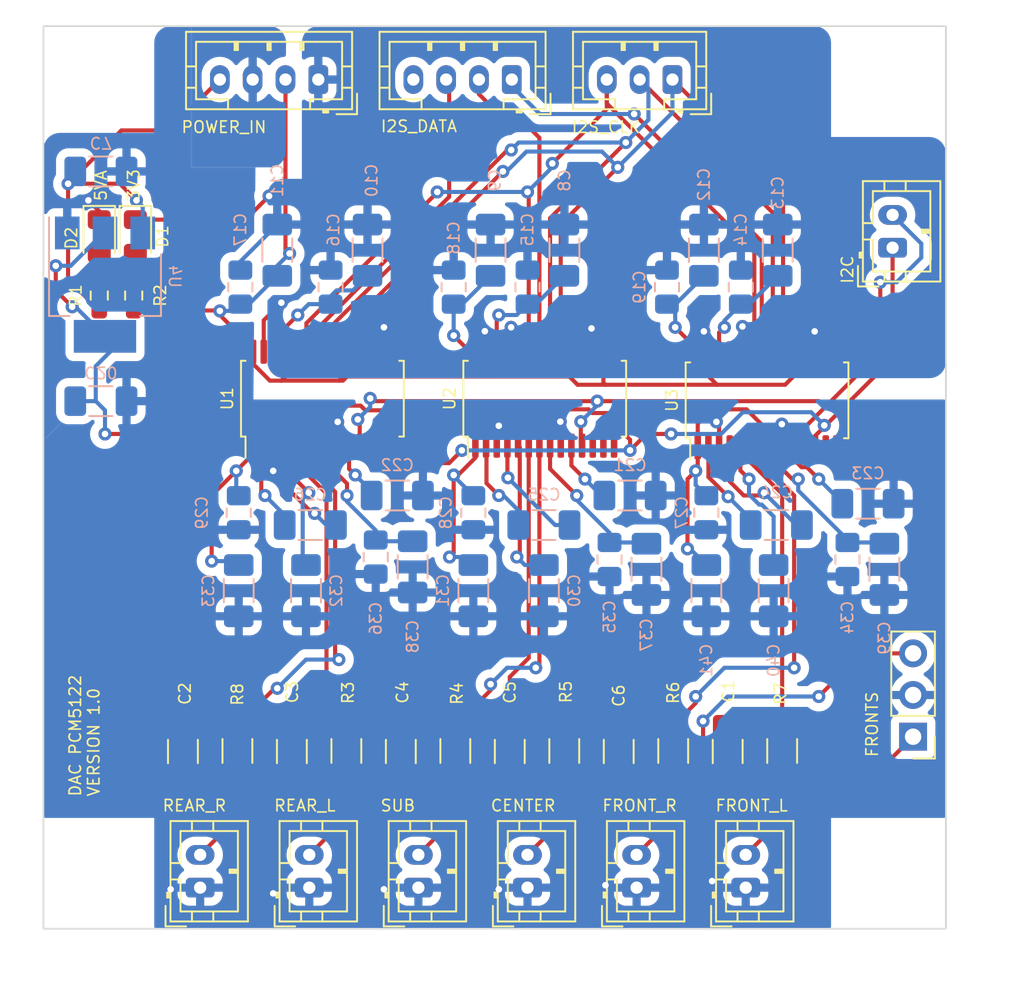
<source format=kicad_pcb>
(kicad_pcb (version 20221018) (generator pcbnew)
  (layers (0 "F.Cu" signal) (31 "B.Cu" signal) (34 "B.Paste" user) (35 "F.Paste" user) (36 "B.SilkS" user "B.Silkscreen") (37 "F.SilkS" user "F.Silkscreen") (38 "B.Mask" user) (39 "F.Mask" user) (44 "Edge.Cuts" user))
  (net 0 "")
  (net 1 "3V3")
  (net 2 "PCMCLK")
  (net 3 "BCLK")
  (net 4 "WCLK")
  (net 5 "I2S_D1")
  (net 6 "I2S_D2")
  (net 7 "I2S_D3")
  (net 8 "5VA")
  (net 9 "AGND")
  (net 10 "VOUT1")
  (net 11 "LEFT_FRONT")
  (net 12 "VOUT2")
  (net 13 "RIGHT_FRONT")
  (net 14 "VOUT3")
  (net 15 "LEFT_REAR")
  (net 16 "VOUT4")
  (net 17 "RIGHT_REAR")
  (net 18 "VOUT6")
  (net 19 "VOUT5")
  (net 20 "CENTER")
  (net 21 "SUBW")
  (net 22 "Net-(D1-A)")
  (net 23 "Net-(D2-A)")
  (net 24 "I2S_D4_IN")
  (net 28 "DGND")
  (net 29 "Net-(U1-CAPM)")
  (net 30 "Net-(U1-CAPP)")
  (net 31 "Net-(U1-LDOO)")
  (net 32 "Net-(U1-VNEG)")
  (net 33 "3V3A")
  (net 34 "Net-(U2-CAPM)")
  (net 35 "Net-(U2-CAPP)")
  (net 36 "Net-(U2-LDOO)")
  (net 37 "Net-(U2-VNEG)")
  (net 38 "Net-(U3-CAPM)")
  (net 39 "Net-(U3-CAPP)")
  (net 40 "Net-(U3-LDOO)")
  (net 41 "Net-(U3-VNEG)")
  (net 54 "SCL")
  (net 55 "SDA")
  (net 56 "Net-(U1-VCOM{slash}DEMP)")
  (net 57 "Net-(U2-VCOM{slash}DEMP)")
  (net 58 "Net-(U3-VCOM{slash}DEMP)")
  (footprint "Capacitor_SMD:C_1206_3216Metric_Pad1.33x1.80mm_HandSolder" (layer "F.Cu") (at 63.47 69.1 90)
    (fp_text reference "C5")
    (fp_text value "2.2n")
  )
  (footprint "LED_SMD:LED_0805_2012Metric_Pad1.15x1.40mm_HandSolder" (layer "F.Cu") (at 40.65 37.7125 -90)
    (fp_text reference "D1")
    (fp_text value "YELLOW")
  )
  (footprint "Connector_JST:JST_PH_B2B-PH-K_1x02_P2.00mm_Vertical" (layer "F.Cu") (at 71.2 77.4 90)
    (fp_text reference "J10" hide)
    (fp_text value "Conn_01x02_Male")
  )
  (footprint "Resistor_SMD:R_1206_3216Metric_Pad1.30x1.75mm_HandSolder" (layer "F.Cu") (at 53.51 69.07 90)
    (fp_text reference "R3")
    (fp_text value "470R")
  )
  (footprint "Resistor_SMD:R_1206_3216Metric_Pad1.30x1.75mm_HandSolder" (layer "F.Cu") (at 80.07 69.07 90)
    (fp_text reference "R7")
    (fp_text value "470R")
  )
  (footprint "LED_SMD:LED_0805_2012Metric_Pad1.15x1.40mm_HandSolder" (layer "F.Cu") (at 38.45 37.7125 -90)
    (fp_text reference "D2")
    (fp_text value "BLUE")
  )
  (footprint "Capacitor_SMD:C_1206_3216Metric_Pad1.33x1.80mm_HandSolder" (layer "F.Cu") (at 43.55 69.1 90)
    (fp_text reference "C2")
    (fp_text value "2.2n")
  )
  (footprint "Capacitor_SMD:C_1206_3216Metric_Pad1.33x1.80mm_HandSolder" (layer "F.Cu") (at 56.83 69.1 90)
    (fp_text reference "C4")
    (fp_text value "2.2n")
  )
  (footprint "Connector_JST:JST_PH_B4B-PH-K_1x04_P2.00mm_Vertical" (layer "F.Cu") (at 63.591667 28.15 180)
    (fp_text reference "J2" hide)
    (fp_text value "Conn_01x04_Male")
  )
  (footprint "Package_SO:TSSOP-28_4.4x9.7mm_P0.65mm" (layer "F.Cu") (at 79.15 47.7 90)
    (fp_text reference "U3")
    (fp_text value "PCM5122PW")
  )
  (footprint "Connector_JST:JST_PH_B2B-PH-K_1x02_P2.00mm_Vertical" (layer "F.Cu") (at 77.85 77.4 90)
    (fp_text reference "J11" hide)
    (fp_text value "Conn_01x02_Male")
  )
  (footprint "Resistor_SMD:R_1206_3216Metric_Pad1.30x1.75mm_HandSolder" (layer "F.Cu") (at 60.15 69.07 90)
    (fp_text reference "R4")
    (fp_text value "470R")
  )
  (footprint "Capacitor_SMD:C_1206_3216Metric_Pad1.33x1.80mm_HandSolder" (layer "F.Cu") (at 76.75 69.1 90)
    (fp_text reference "C1")
    (fp_text value "2.2n")
  )
  (footprint "Resistor_SMD:R_1206_3216Metric_Pad1.30x1.75mm_HandSolder" (layer "F.Cu") (at 73.43 69.07 90)
    (fp_text reference "R6")
    (fp_text value "470R")
  )
  (footprint "Connector_JST:JST_PH_B2B-PH-K_1x02_P2.00mm_Vertical" (layer "F.Cu") (at 86.8 38.4 90)
    (fp_text reference "J4" hide)
    (fp_text value "Conn_01x02_Male")
  )
  (footprint "Connector_JST:JST_PH_B2B-PH-K_1x02_P2.00mm_Vertical" (layer "F.Cu") (at 51.25 77.4 90)
    (fp_text reference "J7" hide)
    (fp_text value "Conn_01x02_Male")
  )
  (footprint "Package_SO:TSSOP-28_4.4x9.7mm_P0.65mm" (layer "F.Cu") (at 65.6 47.6 90)
    (fp_text reference "U2")
    (fp_text value "PCM5122PW")
  )
  (footprint "Connector_JST:JST_PH_B4B-PH-K_1x04_P2.00mm_Vertical" (layer "F.Cu") (at 51.8 28.15 180)
    (fp_text reference "J1" hide)
    (fp_text value "Conn_01x04_Male")
  )
  (footprint "Package_SO:TSSOP-28_4.4x9.7mm_P0.65mm" (layer "F.Cu") (at 52.05 47.6 90)
    (fp_text reference "U1")
    (fp_text value "PCM5122PW")
  )
  (footprint "Connector_PinHeader_2.54mm:PinHeader_1x03_P2.54mm_Vertical" (layer "F.Cu") (at 88.05 68.2 180)
    (fp_text reference "J5" hide)
    (fp_text value "Conn_01x03_Male")
  )
  (footprint "Connector_JST:JST_PH_B2B-PH-K_1x02_P2.00mm_Vertical" (layer "F.Cu") (at 57.9 77.4 90)
    (fp_text reference "J8" hide)
    (fp_text value "Conn_01x02_Male")
  )
  (footprint "Capacitor_SMD:C_1206_3216Metric_Pad1.33x1.80mm_HandSolder" (layer "F.Cu") (at 50.19 69.1 90)
    (fp_text reference "C3")
    (fp_text value "2.2n")
  )
  (footprint "MountingHole:MountingHole_3.2mm_M3" (layer "F.Cu") (at 87.55 77.4)
    (fp_text reference "H4" hide)
    (fp_text value "MountingHole")
  )
  (footprint "Resistor_SMD:R_1206_3216Metric_Pad1.30x1.75mm_HandSolder" (layer "F.Cu") (at 66.79 69.07 90)
    (fp_text reference "R5")
    (fp_text value "470R")
  )
  (footprint "Connector_JST:JST_PH_B3B-PH-K_1x03_P2.00mm_Vertical" (layer "F.Cu") (at 73.383334 28.15 180)
    (fp_text reference "J3" hide)
    (fp_text value "Conn_01x03_Male")
  )
  (footprint "Resistor_SMD:R_0603_1608Metric_Pad0.98x0.95mm_HandSolder" (layer "F.Cu") (at 40.55 41.3125 90)
    (fp_text reference "R2")
    (fp_text value "430R")
  )
  (footprint "MountingHole:MountingHole_3.2mm_M3" (layer "F.Cu") (at 37.55 27.4)
    (fp_text reference "H1" hide)
    (fp_text value "MountingHole")
  )
  (footprint "Capacitor_SMD:C_1206_3216Metric_Pad1.33x1.80mm_HandSolder" (layer "F.Cu") (at 70.11 69.1 90)
    (fp_text reference "C6")
    (fp_text value "2.2n")
  )
  (footprint "Resistor_SMD:R_1206_3216Metric_Pad1.30x1.75mm_HandSolder" (layer "F.Cu") (at 46.87 69.07 90)
    (fp_text reference "R8")
    (fp_text value "470R")
  )
  (footprint "Connector_JST:JST_PH_B2B-PH-K_1x02_P2.00mm_Vertical" (layer "F.Cu") (at 64.55 77.4 90)
    (fp_text reference "J9" hide)
    (fp_text value "Conn_01x02_Male")
  )
  (footprint "Resistor_SMD:R_0603_1608Metric_Pad0.98x0.95mm_HandSolder" (layer "F.Cu") (at 38.45 41.3125 90)
    (fp_text reference "R1")
    (fp_text value "1K")
  )
  (footprint "MountingHole:MountingHole_3.2mm_M3" (layer "F.Cu") (at 37.55 77.4)
    (fp_text reference "H3" hide)
    (fp_text value "MountingHole")
  )
  (footprint "Connector_JST:JST_PH_B2B-PH-K_1x02_P2.00mm_Vertical" (layer "F.Cu") (at 44.6 77.4 90)
    (fp_text reference "J6" hide)
    (fp_text value "Conn_01x02_Male")
  )
  (footprint "MountingHole:MountingHole_3.2mm_M3" (layer "F.Cu") (at 87.55 27.4)
    (fp_text reference "H2" hide)
    (fp_text value "MountingHole")
  )
  (footprint "Capacitor_SMD:C_0805_2012Metric_Pad1.18x1.45mm_HandSolder" (layer "B.Cu") (at 69.55 57.4 90)
    (fp_text reference "C35")
    (fp_text value "0.1u")
  )
  (footprint "Capacitor_SMD:C_1206_3216Metric_Pad1.33x1.80mm_HandSolder" (layer "B.Cu") (at 79.7125 55.3 180)
    (fp_text reference "C24")
    (fp_text value "2.2u")
  )
  (footprint "Capacitor_SMD:C_1206_3216Metric_Pad1.33x1.80mm_HandSolder" (layer "B.Cu") (at 79.8 38.55 -90)
    (fp_text reference "C13")
    (fp_text value "10u")
  )
  (footprint "Capacitor_SMD:C_1206_3216Metric_Pad1.33x1.80mm_HandSolder" (layer "B.Cu") (at 75.3 38.55 90)
    (fp_text reference "C12")
    (fp_text value "10u")
  )
  (footprint "Capacitor_SMD:C_0805_2012Metric_Pad1.18x1.45mm_HandSolder" (layer "B.Cu") (at 84.05 57.4 -90)
    (fp_text reference "C34")
    (fp_text value "0.1u")
  )
  (footprint "Package_TO_SOT_SMD:SOT-223-3_TabPin2" (layer "B.Cu") (at 38.8 40.65 -90)
    (fp_text reference "U4")
    (fp_text value "AMS1117-3.3")
  )
  (footprint "Capacitor_SMD:C_1206_3216Metric_Pad1.33x1.80mm_HandSolder" (layer "B.Cu") (at 57.55 57.85 -90)
    (fp_text reference "C38")
    (fp_text value "10u")
  )
  (footprint "Capacitor_SMD:C_1206_3216Metric_Pad1.33x1.80mm_HandSolder" (layer "B.Cu") (at 70.8 53.5 180)
    (fp_text reference "C21")
    (fp_text value "10u")
  )
  (footprint "Capacitor_SMD:C_1206_3216Metric_Pad1.33x1.80mm_HandSolder" (layer "B.Cu") (at 86.3 58 -90)
    (fp_text reference "C39")
    (fp_text value "10u")
  )
  (footprint "Capacitor_SMD:C_1206_3216Metric_Pad1.33x1.80mm_HandSolder" (layer "B.Cu") (at 46.95 59.3 -90)
    (fp_text reference "C33")
    (fp_text value "10u")
  )
  (footprint "Capacitor_SMD:C_1206_3216Metric_Pad1.33x1.80mm_HandSolder" (layer "B.Cu") (at 54.8 38.55 -90)
    (fp_text reference "C10")
    (fp_text value "10u")
  )
  (footprint "Capacitor_SMD:C_0805_2012Metric_Pad1.18x1.45mm_HandSolder" (layer "B.Cu") (at 60.05 40.8 -90)
    (fp_text reference "C18")
    (fp_text value "0.1u")
  )
  (footprint "Capacitor_SMD:C_1206_3216Metric_Pad1.33x1.80mm_HandSolder" (layer "B.Cu") (at 62.3 38.55 90)
    (fp_text reference "C9")
    (fp_text value "10u")
  )
  (footprint "Capacitor_SMD:C_0805_2012Metric_Pad1.18x1.45mm_HandSolder" (layer "B.Cu") (at 75.45 54.55 90)
    (fp_text reference "C27")
    (fp_text value "0.1u")
  )
  (footprint "Capacitor_SMD:C_0805_2012Metric_Pad1.18x1.45mm_HandSolder" (layer "B.Cu") (at 64.55 40.8 90)
    (fp_text reference "C15")
    (fp_text value "0.1u")
  )
  (footprint "Capacitor_SMD:C_0805_2012Metric_Pad1.18x1.45mm_HandSolder" (layer "B.Cu") (at 61.25 54.55 -90)
    (fp_text reference "C28")
    (fp_text value "0.1u")
  )
  (footprint "Capacitor_SMD:C_1206_3216Metric_Pad1.33x1.80mm_HandSolder" (layer "B.Cu") (at 71.8 58 -90)
    (fp_text reference "C37")
    (fp_text value "10u")
  )
  (footprint "Capacitor_SMD:C_0805_2012Metric_Pad1.18x1.45mm_HandSolder" (layer "B.Cu") (at 52.55 40.8 90)
    (fp_text reference "C16")
    (fp_text value "0.1u")
  )
  (footprint "Capacitor_SMD:C_1206_3216Metric_Pad1.33x1.80mm_HandSolder" (layer "B.Cu") (at 56.6125 53.5 180)
    (fp_text reference "C22")
    (fp_text value "10u")
  )
  (footprint "Capacitor_SMD:C_1206_3216Metric_Pad1.33x1.80mm_HandSolder" (layer "B.Cu") (at 51.3125 55.3 180)
    (fp_text reference "C26")
    (fp_text value "2.2u")
  )
  (footprint "Capacitor_SMD:C_1206_3216Metric_Pad1.33x1.80mm_HandSolder" (layer "B.Cu") (at 79.55 59.3 90)
    (fp_text reference "C40")
    (fp_text value "2.2u")
  )
  (footprint "Capacitor_SMD:C_1206_3216Metric_Pad1.33x1.80mm_HandSolder" (layer "B.Cu") (at 38.55 33.75)
    (fp_text reference "C7")
    (fp_text value "10u")
  )
  (footprint "Capacitor_SMD:C_1206_3216Metric_Pad1.33x1.80mm_HandSolder" (layer "B.Cu") (at 85.3 54 180)
    (fp_text reference "C23")
    (fp_text value "10u")
  )
  (footprint "Capacitor_SMD:C_1206_3216Metric_Pad1.33x1.80mm_HandSolder" (layer "B.Cu") (at 66.8 38.55 -90)
    (fp_text reference "C8")
    (fp_text value "10u")
  )
  (footprint "Capacitor_SMD:C_0805_2012Metric_Pad1.18x1.45mm_HandSolder" (layer "B.Cu") (at 46.95 54.55 90)
    (fp_text reference "C29")
    (fp_text value "0.1u")
  )
  (footprint "Capacitor_SMD:C_0805_2012Metric_Pad1.18x1.45mm_HandSolder" (layer "B.Cu") (at 55.3 57.25 -90)
    (fp_text reference "C36")
    (fp_text value "0.1u")
  )
  (footprint "Capacitor_SMD:C_0805_2012Metric_Pad1.18x1.45mm_HandSolder" (layer "B.Cu") (at 47.05 40.8 -90)
    (fp_text reference "C17")
    (fp_text value "0.1u")
  )
  (footprint "Capacitor_SMD:C_1206_3216Metric_Pad1.33x1.80mm_HandSolder" (layer "B.Cu") (at 65.55 59.3 90)
    (fp_text reference "C30")
    (fp_text value "2.2u")
  )
  (footprint "Capacitor_SMD:C_1206_3216Metric_Pad1.33x1.80mm_HandSolder" (layer "B.Cu") (at 38.55 47.75)
    (fp_text reference "C20")
    (fp_text value "10u")
  )
  (footprint "Capacitor_SMD:C_1206_3216Metric_Pad1.33x1.80mm_HandSolder" (layer "B.Cu") (at 65.55 55.3 180)
    (fp_text reference "C25")
    (fp_text value "2.2u")
  )
  (footprint "Capacitor_SMD:C_1206_3216Metric_Pad1.33x1.80mm_HandSolder" (layer "B.Cu") (at 75.45 59.3 -90)
    (fp_text reference "C41")
    (fp_text value "10u")
  )
  (footprint "Capacitor_SMD:C_1206_3216Metric_Pad1.33x1.80mm_HandSolder" (layer "B.Cu") (at 49.3 38.55 90)
    (fp_text reference "C11")
    (fp_text value "10u")
  )
  (footprint "Capacitor_SMD:C_1206_3216Metric_Pad1.33x1.80mm_HandSolder" (layer "B.Cu") (at 61.25 59.3 -90)
    (fp_text reference "C31")
    (fp_text value "10u")
  )
  (footprint "Capacitor_SMD:C_1206_3216Metric_Pad1.33x1.80mm_HandSolder" (layer "B.Cu") (at 51.05 59.3 90)
    (fp_text reference "C32")
    (fp_text value "2.2u")
  )
  (footprint "Capacitor_SMD:C_0805_2012Metric_Pad1.18x1.45mm_HandSolder" (layer "B.Cu") (at 77.55 40.8 90)
    (fp_text reference "C14")
    (fp_text value "0.1u")
  )
  (footprint "Capacitor_SMD:C_0805_2012Metric_Pad1.18x1.45mm_HandSolder" (layer "B.Cu") (at 73.05 40.8 -90)
    (fp_text reference "C19")
    (fp_text value "0.1u")
  )
  (gr_line (start 35.05 79.9) (end 90.05 79.9) (stroke (width 0.1)) (layer "Edge.Cuts"))
  (gr_line (start 90.05 79.9) (end 90.05 24.9) (stroke (width 0.1)) (layer "Edge.Cuts"))
  (gr_line (start 90.05 24.9) (end 35.05 24.9) (stroke (width 0.1)) (layer "Edge.Cuts"))
  (gr_line (start 35.05 24.9) (end 35.05 79.9) (stroke (width 0.1)) (layer "Edge.Cuts"))
  (gr_text "REAR_R" (at 42.25 72.4) (layer "F.SilkS") (effects (font (size 0.7 0.7) (thickness 0.1)) (justify left)))
  (gr_text "5VA" (at 38.55 35.6125 90) (layer "F.SilkS") (effects (font (size 0.7 0.7) (thickness 0.1)) (justify left)))
  (gr_text "3V3" (at 40.55 35.6125 90) (layer "F.SilkS") (effects (font (size 0.7 0.7) (thickness 0.1)) (justify left)))
  (gr_text "I2C\n" (at 84.05 40.65 90) (layer "F.SilkS") (effects (font (size 0.7 0.7) (thickness 0.1)) (justify left)))
  (gr_text "DAC PCM5122\nVERSION 1.0" (at 37.55 71.9 90) (layer "F.SilkS") (effects (font (size 0.7 0.7) (thickness 0.1)) (justify left)))
  (gr_text "FRONT_R" (at 69.05 72.4) (layer "F.SilkS") (effects (font (size 0.7 0.7) (thickness 0.1)) (justify left)))
  (gr_text "I2S_DATA" (at 55.55 31) (layer "F.SilkS") (effects (font (size 0.7 0.7) (thickness 0.1)) (justify left)))
  (gr_text "FRONTS" (at 85.55 69.5 90) (layer "F.SilkS") (effects (font (size 0.7 0.7) (thickness 0.1)) (justify left)))
  (gr_text "REAR_L" (at 49.05 72.4) (layer "F.SilkS") (effects (font (size 0.7 0.7) (thickness 0.1)) (justify left)))
  (gr_text "FRONT_L" (at 75.95 72.4) (layer "F.SilkS") (effects (font (size 0.7 0.7) (thickness 0.1)) (justify left)))
  (gr_text "CENTER" (at 62.25 72.4) (layer "F.SilkS") (effects (font (size 0.7 0.7) (thickness 0.1)) (justify left)))
  (gr_text "I2S_CLK" (at 67.183334 31.05) (layer "F.SilkS") (effects (font (size 0.7 0.7) (thickness 0.1)) (justify left)))
  (gr_text "SUB" (at 55.533288 72.4) (layer "F.SilkS") (effects (font (size 0.7 0.7) (thickness 0.1)) (justify left)))
  (gr_text "POWER_IN" (at 43.4 31.05) (layer "F.SilkS") (effects (font (size 0.7 0.7) (thickness 0.1)) (justify left)))
  (segment (start 50.05 38.75) (end 49.8 38.5) (width 0.25) (layer "F.Cu") (net 1))
  (segment (start 74.925 44.625) (end 73.55 43.25) (width 0.25) (layer "F.Cu") (net 1))
  (segment (start 80.25 46.75) (end 76.1 46.75) (width 0.25) (layer "F.Cu") (net 1))
  (segment (start 67.6 46.75) (end 67.1 46.25) (width 0.25) (layer "F.Cu") (net 1))
  (segment (start 47.825 44.525) (end 45.8 42.5) (width 0.25) (layer "F.Cu") (net 1))
  (segment (start 76.1 46.75) (end 74.925 45.575) (width 0.25) (layer "F.Cu") (net 1))
  (segment (start 47.825 45.475) (end 47.825 44.7375) (width 0.25) (layer "F.Cu") (net 1))
  (segment (start 53.3 46.5) (end 54.325 45.475) (width 0.25) (layer "F.Cu") (net 1))
  (segment (start 81.425 44.8375) (end 81.425 45.575) (width 0.25) (layer "F.Cu") (net 1))
  (segment (start 45.8 42.5) (end 45.8 42.25) (width 0.25) (layer "F.Cu") (net 1))
  (segment (start 74.925 45.575) (end 74.925 44.8375) (width 0.25) (layer "F.Cu") (net 1))
  (segment (start 62.15 46.25) (end 61.375 45.475) (width 0.25) (layer "F.Cu") (net 1))
  (segment (start 61.0375 44.7375) (end 60.05 43.75) (width 0.25) (layer "F.Cu") (net 1))
  (segment (start 45.775 42.225) (end 45.8 42.25) (width 0.25) (layer "F.Cu") (net 1))
  (segment (start 49.55 46.5) (end 48.85 46.5) (width 0.25) (layer "F.Cu") (net 1))
  (segment (start 69.3 46.75) (end 67.6 46.75) (width 0.25) (layer "F.Cu") (net 1))
  (segment (start 49.8 38.5) (end 49.8 28.15) (width 0.25) (layer "F.Cu") (net 1))
  (segment (start 61.375 44.7375) (end 61.0375 44.7375) (width 0.25) (layer "F.Cu") (net 1))
  (segment (start 61.375 45.475) (end 61.375 44.7375) (width 0.25) (layer "F.Cu") (net 1))
  (segment (start 49.55 46.5) (end 53.05 46.5) (width 0.25) (layer "F.Cu") (net 1))
  (segment (start 69.175 44.7375) (end 69.175 46.625) (width 0.25) (layer "F.Cu") (net 1))
  (segment (start 81.425 45.575) (end 80.25 46.75) (width 0.25) (layer "F.Cu") (net 1))
  (segment (start 54.325 45.475) (end 54.325 44.7375) (width 0.25) (layer "F.Cu") (net 1))
  (segment (start 62.15 46.25) (end 53.3 46.25) (width 0.25) (layer "F.Cu") (net 1))
  (segment (start 53.05 46.5) (end 53.3 46.5) (width 0.25) (layer "F.Cu") (net 1))
  (segment (start 67.875 44.7375) (end 67.875 45.475) (width 0.25) (layer "F.Cu") (net 1))
  (segment (start 48.85 46.5) (end 47.825 45.475) (width 0.25) (layer "F.Cu") (net 1))
  (segment (start 69.175 46.625) (end 69.3 46.75) (width 0.25) (layer "F.Cu") (net 1))
  (segment (start 50.425 44.7375) (end 50.425 45.625) (width 0.25) (layer "F.Cu") (net 1))
  (segment (start 50.425 45.625) (end 49.55 46.5) (width 0.25) (layer "F.Cu") (net 1))
  (segment (start 76.1 46.75) (end 69.3 46.75) (width 0.25) (layer "F.Cu") (net 1))
  (segment (start 53.3 46.25) (end 53.05 46.5) (width 0.25) (layer "F.Cu") (net 1))
  (segment (start 67.875 45.475) (end 67.1 46.25) (width 0.25) (layer "F.Cu") (net 1))
  (segment (start 67.1 46.25) (end 62.15 46.25) (width 0.25) (layer "F.Cu") (net 1))
  (segment (start 40.55 42.225) (end 45.775 42.225) (width 0.25) (layer "F.Cu") (net 1))
  (via (at 73.55 43.25) (size 0.8) (drill 0.4) (layers "F.Cu" "B.Cu") (net 1))
  (via (at 60.05 43.75) (size 0.8) (drill 0.4) (layers "F.Cu" "B.Cu") (net 1))
  (via (at 50.05 38.75) (size 0.8) (drill 0.4) (layers "F.Cu" "B.Cu") (net 1))
  (via (at 45.8 42.25) (size 0.8) (drill 0.4) (layers "F.Cu" "B.Cu") (net 1))
  (segment (start 49.3 40.1125) (end 49.3 39.5) (width 0.25) (layer "B.Cu") (net 1))
  (segment (start 73.55 43.25) (end 73.55 42.3375) (width 0.25) (layer "B.Cu") (net 1))
  (segment (start 47.575 41.8375) (end 49.3 40.1125) (width 0.25) (layer "B.Cu") (net 1))
  (segment (start 49.3 39.5) (end 50.05 38.75) (width 0.25) (layer "B.Cu") (net 1))
  (segment (start 46.6375 42.25) (end 45.8 42.25) (width 0.25) (layer "B.Cu") (net 1))
  (segment (start 73.55 42.3375) (end 73.05 41.8375) (width 0.25) (layer "B.Cu") (net 1))
  (segment (start 60.575 41.8375) (end 62.3 40.1125) (width 0.25) (layer "B.Cu") (net 1))
  (segment (start 60.05 43.75) (end 60.05 41.8375) (width 0.25) (layer "B.Cu") (net 1))
  (segment (start 73.575 41.8375) (end 75.3 40.1125) (width 0.25) (layer "B.Cu") (net 1))
  (segment (start 80.125 34.891666) (end 73.383334 28.15) (width 0.25) (layer "F.Cu") (net 2))
  (segment (start 70.05 33.5) (end 66.575 36.975) (width 0.25) (layer "F.Cu") (net 2))
  (segment (start 53.025 43.775) (end 63.05 33.75) (width 0.25) (layer "F.Cu") (net 2))
  (segment (start 66.575 36.975) (end 66.575 44.7375) (width 0.25) (layer "F.Cu") (net 2))
  (segment (start 80.125 44.8375) (end 80.125 34.891666) (width 0.25) (layer "F.Cu") (net 2))
  (segment (start 53.025 44.7375) (end 53.025 43.775) (width 0.25) (layer "F.Cu") (net 2))
  (via (at 63.05 33.75) (size 0.8) (drill 0.4) (layers "F.Cu" "B.Cu") (net 2))
  (via (at 70.05 33.5) (size 0.8) (drill 0.4) (layers "F.Cu" "B.Cu") (net 2))
  (segment (start 69.087653 32.537653) (end 64.487347 32.537653) (width 0.25) (layer "B.Cu") (net 2))
  (segment (start 70.05 33.5) (end 69.087653 32.537653) (width 0.25) (layer "B.Cu") (net 2))
  (segment (start 64.487347 32.537653) (end 63.275 33.75) (width 0.25) (layer "B.Cu") (net 2))
  (segment (start 73.383334 28.15) (end 73.383334 30.166666) (width 0.25) (layer "B.Cu") (net 2))
  (segment (start 63.275 33.75) (end 63.05 33.75) (width 0.25) (layer "B.Cu") (net 2))
  (segment (start 73.383334 30.166666) (end 70.05 33.5) (width 0.25) (layer "B.Cu") (net 2))
  (segment (start 71.383334 28.15) (end 79.5 36.266666) (width 0.25) (layer "F.Cu") (net 3))
  (segment (start 52.375 44.7375) (end 52.375 43.399695) (width 0.25) (layer "F.Cu") (net 3))
  (segment (start 65.925 44.7375) (end 65.925 36.599694) (width 0.25) (layer "F.Cu") (net 3))
  (segment (start 79.5 36.266666) (end 79.5 44.8125) (width 0.25) (layer "F.Cu") (net 3))
  (segment (start 65.925 36.599694) (end 70.537347 31.987347) (width 0.25) (layer "F.Cu") (net 3))
  (segment (start 63.332344 32.442351) (end 63.557344 32.442351) (width 0.25) (layer "F.Cu") (net 3))
  (segment (start 52.375 43.399695) (end 63.332344 32.442351) (width 0.25) (layer "F.Cu") (net 3))
  (via (at 63.557344 32.442351) (size 0.8) (drill 0.4) (layers "F.Cu" "B.Cu") (net 3))
  (via (at 70.537347 31.987347) (size 0.8) (drill 0.4) (layers "F.Cu" "B.Cu") (net 3))
  (segment (start 71.919171 28.685837) (end 71.919171 30.605523) (width 0.25) (layer "B.Cu") (net 3))
  (segment (start 71.919171 30.605523) (end 70.537347 31.987347) (width 0.25) (layer "B.Cu") (net 3))
  (segment (start 70.537347 31.987347) (end 64.012348 31.987347) (width 0.25) (layer "B.Cu") (net 3))
  (segment (start 64.012348 31.987347) (end 63.557344 32.442351) (width 0.25) (layer "B.Cu") (net 3))
  (segment (start 71.383334 28.15) (end 71.919171 28.685837) (width 0.25) (layer "B.Cu") (net 3))
  (segment (start 59.05 35.025305) (end 59.05 35) (width 0.25) (layer "F.Cu") (net 4))
  (segment (start 78.175 43.874999) (end 78.375 43.674999) (width 0.25) (layer "F.Cu") (net 4))
  (segment (start 69.383334 29.608639) (end 69.383334 28.15) (width 0.25) (layer "F.Cu") (net 4))
  (segment (start 78.375 43.674999) (end 78.375 38.600305) (width 0.25) (layer "F.Cu") (net 4))
  (segment (start 64.625 35.075) (end 64.625 44.7375) (width 0.25) (layer "F.Cu") (net 4))
  (segment (start 69.383334 28.15) (end 69.383334 29.941972) (width 0.25) (layer "F.Cu") (net 4))
  (segment (start 78.175 44.8375) (end 78.175 43.874999) (width 0.25) (layer "F.Cu") (net 4))
  (segment (start 64.55 35) (end 64.625 35.075) (width 0.25) (layer "F.Cu") (net 4))
  (segment (start 51.075 44.7375) (end 51.075 43.000305) (width 0.25) (layer "F.Cu") (net 4))
  (segment (start 69.383334 29.941972) (end 66.062653 33.262653) (width 0.25) (layer "F.Cu") (net 4))
  (segment (start 78.375 38.600305) (end 69.383334 29.608639) (width 0.25) (layer "F.Cu") (net 4))
  (segment (start 51.075 43.000305) (end 59.05 35.025305) (width 0.25) (layer "F.Cu") (net 4))
  (via (at 66.062653 33.262653) (size 0.8) (drill 0.4) (layers "F.Cu" "B.Cu") (net 4))
  (via (at 59.05 35) (size 0.8) (drill 0.4) (layers "F.Cu" "B.Cu") (net 4))
  (via (at 64.55 35) (size 0.8) (drill 0.4) (layers "F.Cu" "B.Cu") (net 4))
  (segment (start 64.55 35) (end 66.062653 33.487347) (width 0.25) (layer "B.Cu") (net 4))
  (segment (start 59.05 35) (end 64.55 35) (width 0.25) (layer "B.Cu") (net 4))
  (segment (start 66.062653 33.487347) (end 66.062653 33.262653) (width 0.25) (layer "B.Cu") (net 4))
  (segment (start 78.825 38.025) (end 71.05 30.25) (width 0.25) (layer "F.Cu") (net 5))
  (segment (start 78.825 44.8375) (end 78.825 38.025) (width 0.25) (layer "F.Cu") (net 5))
  (via (at 71.05 30.25) (size 0.8) (drill 0.4) (layers "F.Cu" "B.Cu") (net 5))
  (segment (start 63.625 28.575) (end 65.3 30.25) (width 0.25) (layer "B.Cu") (net 5))
  (segment (start 65.3 30.25) (end 71.05 30.25) (width 0.25) (layer "B.Cu") (net 5))
  (segment (start 62.8 30.25) (end 61.591667 29.041667) (width 0.25) (layer "F.Cu") (net 6))
  (segment (start 61.591667 29.041667) (end 61.591667 28.608333) (width 0.25) (layer "F.Cu") (net 6))
  (segment (start 65.275 31.699695) (end 63.825305 30.25) (width 0.25) (layer "F.Cu") (net 6))
  (segment (start 65.275 44.7375) (end 65.275 31.699695) (width 0.25) (layer "F.Cu") (net 6))
  (segment (start 63.825305 30.25) (end 62.8 30.25) (width 0.25) (layer "F.Cu") (net 6))
  (segment (start 51.725 43.350305) (end 51.725 44.7375) (width 0.25) (layer "F.Cu") (net 7))
  (segment (start 59.55 28.65) (end 59.775 28.875) (width 0.25) (layer "F.Cu") (net 7))
  (segment (start 59.775 28.875) (end 59.775 35.300305) (width 0.25) (layer "F.Cu") (net 7))
  (segment (start 59.775 35.300305) (end 51.725 43.350305) (width 0.25) (layer "F.Cu") (net 7))
  (segment (start 45.8 28.15) (end 42.7 31.25) (width 0.25) (layer "F.Cu") (net 8))
  (segment (start 36.55 40.325) (end 36.55 34.5) (width 0.25) (layer "F.Cu") (net 8))
  (segment (start 39.8 31.25) (end 36.55 34.5) (width 0.25) (layer "F.Cu") (net 8))
  (segment (start 42.7 31.25) (end 39.8 31.25) (width 0.25) (layer "F.Cu") (net 8))
  (segment (start 39.704778 34.5) (end 36.55 34.5) (width 0.25) (layer "F.Cu") (net 8))
  (segment (start 40.717778 35.513) (end 39.704778 34.5) (width 0.25) (layer "F.Cu") (net 8))
  (segment (start 38.45 42.225) (end 36.55 40.325) (width 0.25) (layer "F.Cu") (net 8))
  (via (at 40.717778 35.513) (size 0.8) (drill 0.4) (layers "F.Cu" "B.Cu") (net 8))
  (via (at 36.55 34.5) (size 0.8) (drill 0.4) (layers "F.Cu" "B.Cu") (net 8))
  (segment (start 41.1 37.5) (end 41.1 35.895222) (width 0.25) (layer "B.Cu") (net 8))
  (segment (start 41.1 35.895222) (end 40.717778 35.513) (width 0.25) (layer "B.Cu") (net 8))
  (segment (start 66.575 49.025) (end 66.55 49) (width 0.25) (layer "F.Cu") (net 9))
  (segment (start 62.05 72.0825) (end 62.05 76.75) (width 0.25) (layer "F.Cu") (net 9))
  (segment (start 69.21 70.6625) (end 68.549998 71.322502) (width 0.25) (layer "F.Cu") (net 9))
  (segment (start 76.75 70.6625) (end 75.3 72.1125) (width 0.25) (layer "F.Cu") (net 9))
  (segment (start 49.05 71.8025) (end 49.05 77.75) (width 0.25) (layer "F.Cu") (net 9))
  (segment (start 55.3 72.1925) (end 55.3 77) (width 0.25) (layer "F.Cu") (net 9))
  (segment (start 70.11 70.6625) (end 69.21 70.6625) (width 0.25) (layer "F.Cu") (net 9))
  (segment (start 49.125 51.925) (end 49.05 52) (width 0.25) (layer "F.Cu") (net 9))
  (segment (start 76.225 49.175) (end 76.062653 49.012653) (width 0.25) (layer "F.Cu") (net 9))
  (segment (start 56.83 70.6625) (end 55.3 72.1925) (width 0.25) (layer "F.Cu") (net 9))
  (segment (start 76.225 50.5625) (end 76.225 49.175) (width 0.25) (layer "F.Cu") (net 9))
  (segment (start 68.549998 76.499998) (end 69.3 77.25) (width 0.25) (layer "F.Cu") (net 9))
  (segment (start 80.125 49.225) (end 80.05 49.15) (width 0.25) (layer "F.Cu") (net 9))
  (segment (start 62.675 50.4625) (end 62.675 49.375) (width 0.25) (layer "F.Cu") (net 9))
  (segment (start 50.19 70.6625) (end 49.05 71.8025) (width 0.25) (layer "F.Cu") (net 9))
  (segment (start 55.3 77) (end 55.8 77.5) (width 0.25) (layer "F.Cu") (net 9))
  (segment (start 62.675 49.375) (end 62.8 49.25) (width 0.25) (layer "F.Cu") (net 9))
  (segment (start 38.45 36.175306) (end 37.787347 35.512653) (width 0.25) (layer "F.Cu") (net 9))
  (segment (start 42.8 71.4125) (end 42.8 77.5) (width 0.25) (layer "F.Cu") (net 9))
  (segment (start 80.125 50.5625) (end 80.125 49.225) (width 0.25) (layer "F.Cu") (net 9))
  (segment (start 53.025 50.4625) (end 53.025 49.056415) (width 0.25) (layer "F.Cu") (net 9))
  (segment (start 75.3 76.5) (end 75.8 77) (width 0.25) (layer "F.Cu") (net 9))
  (segment (start 68.549998 71.322502) (end 68.549998 76.499998) (width 0.25) (layer "F.Cu") (net 9))
  (segment (start 38.45 36.6875) (end 38.45 36.175306) (width 0.25) (layer "F.Cu") (net 9))
  (segment (start 63.47 70.6625) (end 62.05 72.0825) (width 0.25) (layer "F.Cu") (net 9))
  (segment (start 49.125 50.4625) (end 49.125 51.925) (width 0.25) (layer "F.Cu") (net 9))
  (segment (start 53.025 49.056415) (end 52.979803 49.011218) (width 0.25) (layer "F.Cu") (net 9))
  (segment (start 66.575 50.4625) (end 66.575 49.025) (width 0.25) (layer "F.Cu") (net 9))
  (segment (start 43.55 70.6625) (end 42.8 71.4125) (width 0.25) (layer "F.Cu") (net 9))
  (segment (start 75.3 72.1125) (end 75.3 76.5) (width 0.25) (layer "F.Cu") (net 9))
  (segment (start 62.05 76.75) (end 62.8 77.5) (width 0.25) (layer "F.Cu") (net 9))
  (via (at 37.787347 35.512653) (size 0.8) (drill 0.4) (layers "F.Cu" "B.Cu") (net 9))
  (via (at 69.3 77.25) (size 0.8) (drill 0.4) (layers "F.Cu" "B.Cu") (net 9))
  (via (at 80.05 49.15) (size 0.8) (drill 0.4) (layers "F.Cu" "B.Cu") (net 9))
  (via (at 55.8 77.5) (size 0.8) (drill 0.4) (layers "F.Cu" "B.Cu") (net 9))
  (via (at 66.55 49) (size 0.8) (drill 0.4) (layers "F.Cu" "B.Cu") (net 9))
  (via (at 62.8 49.25) (size 0.8) (drill 0.4) (layers "F.Cu" "B.Cu") (net 9))
  (via (at 42.8 77.5) (size 0.8) (drill 0.4) (layers "F.Cu" "B.Cu") (net 9))
  (via (at 62.8 77.5) (size 0.8) (drill 0.4) (layers "F.Cu" "B.Cu") (net 9))
  (via (at 49.05 52) (size 0.8) (drill 0.4) (layers "F.Cu" "B.Cu") (net 9))
  (via (at 52.979803 49.011218) (size 0.8) (drill 0.4) (layers "F.Cu" "B.Cu") (net 9))
  (via (at 76.062653 49.012653) (size 0.8) (drill 0.4) (layers "F.Cu" "B.Cu") (net 9))
  (via (at 75.8 77) (size 0.8) (drill 0.4) (layers "F.Cu" "B.Cu") (net 9))
  (via (at 49.05 77.75) (size 0.8) (drill 0.4) (layers "F.Cu" "B.Cu") (net 9))
  (segment (start 80.07 53.406396) (end 80.07 67.52) (width 0.25) (layer "F.Cu") (net 10))
  (segment (start 76.75 67.5375) (end 80.0525 67.5375) (width 0.25) (layer "F.Cu") (net 10))
  (segment (start 78.175 50.5625) (end 78.175 51.511396) (width 0.25) (layer "F.Cu") (net 10))
  (segment (start 78.175 51.511396) (end 80.07 53.406396) (width 0.25) (layer "F.Cu") (net 10))
  (segment (start 80.07 70.62) (end 85.63 70.62) (width 0.25) (layer "F.Cu") (net 11))
  (segment (start 80.07 70.62) (end 80.07 73.18) (width 0.25) (layer "F.Cu") (net 11))
  (segment (start 85.63 70.62) (end 88.05 68.2) (width 0.25) (layer "F.Cu") (net 11))
  (segment (start 80.07 73.18) (end 77.85 75.4) (width 0.25) (layer "F.Cu") (net 11))
  (segment (start 74.8 66.15) (end 73.43 67.52) (width 0.25) (layer "F.Cu") (net 12))
  (segment (start 78.825 50.5625) (end 78.825 51.525) (width 0.25) (layer "F.Cu") (net 12))
  (segment (start 70.11 67.5375) (end 73.4125 67.5375) (width 0.25) (layer "F.Cu") (net 12))
  (segment (start 80.8 53.5) (end 80.8 64) (width 0.25) (layer "F.Cu") (net 12))
  (segment (start 78.825 51.525) (end 80.8 53.5) (width 0.25) (layer "F.Cu") (net 12))
  (segment (start 74.8 65.75) (end 74.8 66.15) (width 0.25) (layer "F.Cu") (net 12))
  (via (at 80.8 64) (size 0.8) (drill 0.4) (layers "F.Cu" "B.Cu") (net 12))
  (via (at 74.8 65.75) (size 0.8) (drill 0.4) (layers "F.Cu" "B.Cu") (net 12))
  (segment (start 76.55 64) (end 74.8 65.75) (width 0.25) (layer "B.Cu") (net 12))
  (segment (start 80.8 64) (end 76.55 64) (width 0.25) (layer "B.Cu") (net 12))
  (segment (start 73.43 70.62) (end 73.43 73.17) (width 0.25) (layer "F.Cu") (net 13))
  (segment (start 82.3 65.75) (end 84.93 63.12) (width 0.25) (layer "F.Cu") (net 13))
  (segment (start 84.93 63.12) (end 88.05 63.12) (width 0.25) (layer "F.Cu") (net 13))
  (segment (start 73.43 73.17) (end 71.2 75.4) (width 0.25) (layer "F.Cu") (net 13))
  (segment (start 75.2505 68.7995) (end 75.2505 67.25) (width 0.25) (layer "F.Cu") (net 13))
  (segment (start 73.43 70.62) (end 75.2505 68.7995) (width 0.25) (layer "F.Cu") (net 13))
  (via (at 75.2505 67.25) (size 0.8) (drill 0.4) (layers "F.Cu" "B.Cu") (net 13))
  (via (at 82.3 65.75) (size 0.8) (drill 0.4) (layers "F.Cu" "B.Cu") (net 13))
  (segment (start 75.2505 67.25) (end 76.7505 65.75) (width 0.25) (layer "B.Cu") (net 13))
  (segment (start 76.7505 65.75) (end 82.3 65.75) (width 0.25) (layer "B.Cu") (net 13))
  (segment (start 64.625 63.399695) (end 63.47 64.554695) (width 0.25) (layer "F.Cu") (net 14))
  (segment (start 63.47 67.5375) (end 66.7725 67.5375) (width 0.25) (layer "F.Cu") (net 14))
  (segment (start 63.47 64.554695) (end 63.47 67.5375) (width 0.25) (layer "F.Cu") (net 14))
  (segment (start 64.625 50.4625) (end 64.625 63.399695) (width 0.25) (layer "F.Cu") (net 14))
  (segment (start 66.79 70.62) (end 66.79 73.16) (width 0.25) (layer "F.Cu") (net 15))
  (segment (start 66.79 73.16) (end 64.55 75.4) (width 0.25) (layer "F.Cu") (net 15))
  (segment (start 65.275 63.775) (end 65.05 64) (width 0.25) (layer "F.Cu") (net 16))
  (segment (start 56.83 67.5375) (end 60.1325 67.5375) (width 0.25) (layer "F.Cu") (net 16))
  (segment (start 62.3 65.37) (end 60.15 67.52) (width 0.25) (layer "F.Cu") (net 16))
  (segment (start 65.275 50.4625) (end 65.275 63.775) (width 0.25) (layer "F.Cu") (net 16))
  (segment (start 62.3 65) (end 62.3 65.37) (width 0.25) (layer "F.Cu") (net 16))
  (via (at 65.05 64) (size 0.8) (drill 0.4) (layers "F.Cu" "B.Cu") (net 16))
  (via (at 62.3 65) (size 0.8) (drill 0.4) (layers "F.Cu" "B.Cu") (net 16))
  (segment (start 63.3 64) (end 62.3 65) (width 0.25) (layer "B.Cu") (net 16))
  (segment (start 65.05 64) (end 63.3 64) (width 0.25) (layer "B.Cu") (net 16))
  (segment (start 60.15 70.62) (end 60.15 73.15) (width 0.25) (layer "F.Cu") (net 17))
  (segment (start 60.15 73.15) (end 57.9 75.4) (width 0.25) (layer "F.Cu") (net 17))
  (segment (start 49.14 65.25) (end 46.87 67.52) (width 0.25) (layer "F.Cu") (net 18))
  (segment (start 52.825 63.275) (end 53.05 63.5) (width 0.25) (layer "F.Cu") (net 18))
  (segment (start 51.725 52.175) (end 52.825 53.275) (width 0.25) (layer "F.Cu") (net 18))
  (segment (start 49.3 65.25) (end 49.14 65.25) (width 0.25) (layer "F.Cu") (net 18))
  (segment (start 52.825 53.275) (end 52.825 63.275) (width 0.25) (layer "F.Cu") (net 18))
  (segment (start 51.725 50.4625) (end 51.725 52.175) (width 0.25) (layer "F.Cu") (net 18))
  (segment (start 43.55 67.5375) (end 46.8525 67.5375) (width 0.25) (layer "F.Cu") (net 18))
  (via (at 49.3 65.25) (size 0.8) (drill 0.4) (layers "F.Cu" "B.Cu") (net 18))
  (via (at 53.05 63.5) (size 0.8) (drill 0.4) (layers "F.Cu" "B.Cu") (net 18))
  (segment (start 53.05 63.5) (end 51.05 63.5) (width 0.25) (layer "B.Cu") (net 18))
  (segment (start 51.05 63.5) (end 49.3 65.25) (width 0.25) (layer "B.Cu") (net 18))
  (segment (start 52.3 53.386396) (end 52.3 65.4275) (width 0.25) (layer "F.Cu") (net 19))
  (segment (start 50.19 67.5375) (end 53.4925 67.5375) (width 0.25) (layer "F.Cu") (net 19))
  (segment (start 51.075 52.161396) (end 52.3 53.386396) (width 0.25) (layer "F.Cu") (net 19))
  (segment (start 52.3 65.4275) (end 50.19 67.5375) (width 0.25) (layer "F.Cu") (net 19))
  (segment (start 51.075 50.4625) (end 51.075 52.161396) (width 0.25) (layer "F.Cu") (net 19))
  (segment (start 53.51 73.14) (end 51.25 75.4) (width 0.25) (layer "F.Cu") (net 20))
  (segment (start 53.51 70.62) (end 53.51 73.14) (width 0.25) (layer "F.Cu") (net 20))
  (segment (start 46.87 73.13) (end 44.6 75.4) (width 0.25) (layer "F.Cu") (net 21))
  (segment (start 46.87 70.62) (end 46.87 73.13) (width 0.25) (layer "F.Cu") (net 21))
  (segment (start 40.65 38.7375) (end 40.65 40.3) (width 0.25) (layer "F.Cu") (net 22))
  (segment (start 38.45 38.7375) (end 38.45 40.4) (width 0.25) (layer "F.Cu") (net 23))
  (segment (start 68.525 43.3929) (end 68.525 44.7375) (width 0.25) (layer "F.Cu") (net 28))
  (segment (start 62.025 43.562347) (end 61.95 43.487347) (width 0.25) (layer "F.Cu") (net 28))
  (segment (start 77.525 44.8375) (end 77.525 43.323575) (width 0.25) (layer "F.Cu") (net 28))
  (segment (start 47.3625 36.6875) (end 48.8 35.25) (width 0.25) (layer "F.Cu") (net 28))
  (segment (start 75.575 43.775) (end 75.3 43.5) (width 0.25) (layer "F.Cu") (net 28))
  (segment (start 48.475 42.825) (end 49.55 41.75) (width 0.25) (layer "F.Cu") (net 28))
  (segment (start 75.575 44.8375) (end 75.575 43.775) (width 0.25) (layer "F.Cu") (net 28))
  (segment (start 82.725 44.8375) (end 82.075 44.8375) (width 0.25) (layer "F.Cu") (net 28))
  (segment (start 68.4505 43.3184) (end 68.525 43.3929) (width 0.25) (layer "F.Cu") (net 28))
  (segment (start 54.975 44.7375) (end 55.625 44.7375) (width 0.25) (layer "F.Cu") (net 28))
  (segment (start 55.625 44.7375) (end 55.625 43.425) (width 0.25) (layer "F.Cu") (net 28))
  (segment (start 82.075 43.525) (end 82.05 43.5) (width 0.25) (layer "F.Cu") (net 28))
  (segment (start 82.075 44.8375) (end 82.075 43.525) (width 0.25) (layer "F.Cu") (net 28))
  (segment (start 55.625 43.425) (end 55.8 43.25) (width 0.25) (layer "F.Cu") (net 28))
  (segment (start 77.525 43.323575) (end 77.65 43.198575) (width 0.25) (layer "F.Cu") (net 28))
  (segment (start 40.65 36.6875) (end 47.3625 36.6875) (width 0.25) (layer "F.Cu") (net 28))
  (segment (start 63.975 43.675) (end 63.55 43.25) (width 0.25) (layer "F.Cu") (net 28))
  (segment (start 48.475 44.7375) (end 48.475 42.825) (width 0.25) (layer "F.Cu") (net 28))
  (segment (start 63.975 44.7375) (end 63.975 43.675) (width 0.25) (layer "F.Cu") (net 28))
  (segment (start 62.025 44.7375) (end 62.025 43.562347) (width 0.25) (layer "F.Cu") (net 28))
  (via (at 61.95 43.487347) (size 0.8) (drill 0.4) (layers "F.Cu" "B.Cu") (net 28))
  (via (at 75.3 43.5) (size 0.8) (drill 0.4) (layers "F.Cu" "B.Cu") (net 28))
  (via (at 68.4505 43.3184) (size 0.8) (drill 0.4) (layers "F.Cu" "B.Cu") (net 28))
  (via (at 49.55 41.75) (size 0.8) (drill 0.4) (layers "F.Cu" "B.Cu") (net 28))
  (via (at 82.05 43.5) (size 0.8) (drill 0.4) (layers "F.Cu" "B.Cu") (net 28))
  (via (at 63.55 43.25) (size 0.8) (drill 0.4) (layers "F.Cu" "B.Cu") (net 28))
  (via (at 48.8 35.25) (size 0.8) (drill 0.4) (layers "F.Cu" "B.Cu") (net 28))
  (via (at 77.65 43.198575) (size 0.8) (drill 0.4) (layers "F.Cu" "B.Cu") (net 28))
  (via (at 55.8 43.25) (size 0.8) (drill 0.4) (layers "F.Cu" "B.Cu") (net 28))
  (segment (start 47.05 39.7625) (end 47.05 39.2375) (width 0.25) (layer "B.Cu") (net 28))
  (segment (start 47.05 39.2375) (end 49.3 36.9875) (width 0.25) (layer "B.Cu") (net 28))
  (segment (start 51.452841 54.589848) (end 51.575 54.589848) (width 0.25) (layer "F.Cu") (net 29))
  (segment (start 49.775 52.912007) (end 51.452841 54.589848) (width 0.25) (layer "F.Cu") (net 29))
  (segment (start 49.775 50.4625) (end 49.775 52.912007) (width 0.25) (layer "F.Cu") (net 29))
  (via (at 51.575 54.589848) (size 0.8) (drill 0.4) (layers "F.Cu" "B.Cu") (net 29))
  (segment (start 52.875 55.3) (end 52.285152 55.3) (width 0.25) (layer "B.Cu") (net 29))
  (segment (start 52.285152 55.3) (end 51.575 54.589848) (width 0.25) (layer "B.Cu") (net 29))
  (segment (start 48.475 51.549695) (end 48.475 50.4625) (width 0.25) (layer "F.Cu") (net 30))
  (segment (start 48.325 51.699695) (end 48.475 51.549695) (width 0.25) (layer "F.Cu") (net 30))
  (segment (start 48.55 53.5) (end 48.325 53.275) (width 0.25) (layer "F.Cu") (net 30))
  (segment (start 48.325 53.275) (end 48.325 51.699695) (width 0.25) (layer "F.Cu") (net 30))
  (via (at 48.55 53.5) (size 0.8) (drill 0.4) (layers "F.Cu" "B.Cu") (net 30))
  (segment (start 49.75 54.7) (end 48.55 53.5) (width 0.25) (layer "B.Cu") (net 30))
  (segment (start 49.125 44.7375) (end 49.125 43.925) (width 0.25) (layer "F.Cu") (net 31))
  (segment (start 49.125 43.925) (end 50.55 42.5) (width 0.25) (layer "F.Cu") (net 31))
  (via (at 50.55 42.5) (size 0.8) (drill 0.4) (layers "F.Cu" "B.Cu") (net 31))
  (segment (start 53.9125 41) (end 54.8 40.1125) (width 0.25) (layer "B.Cu") (net 31))
  (segment (start 52.9125 41) (end 53.9125 41) (width 0.25) (layer "B.Cu") (net 31))
  (segment (start 51.2125 41.8375) (end 50.55 42.5) (width 0.25) (layer "B.Cu") (net 31))
  (segment (start 52.075 41.8375) (end 52.9125 41) (width 0.25) (layer "B.Cu") (net 31))
  (segment (start 52.55 41.8375) (end 51.2125 41.8375) (width 0.25) (layer "B.Cu") (net 31))
  (segment (start 50.425 52.536702) (end 51.219149 53.330851) (width 0.25) (layer "F.Cu") (net 32))
  (segment (start 50.425 50.4625) (end 50.425 52.536702) (width 0.25) (layer "F.Cu") (net 32))
  (via (at 51.219149 53.330851) (size 0.8) (drill 0.4) (layers "F.Cu" "B.Cu") (net 32))
  (segment (start 50.85 53.7) (end 51.219149 53.330851) (width 0.25) (layer "B.Cu") (net 32))
  (segment (start 50.85 57.5375) (end 50.85 53.7) (width 0.25) (layer "B.Cu") (net 32))
  (segment (start 63.9 48.5) (end 64.8 49.4) (width 0.25) (layer "F.Cu") (net 33))
  (segment (start 61.375 50.4625) (end 61.375 49.725) (width 0.25) (layer "F.Cu") (net 33))
  (segment (start 60.325 52.25) (end 60.05 52.25) (width 0.25) (layer "F.Cu") (net 33))
  (segment (start 35.8 39.5) (end 35.8 41) (width 0.25) (layer "F.Cu") (net 33))
  (segment (start 61.375 50.4625) (end 61.375 51.2) (width 0.25) (layer "F.Cu") (net 33))
  (segment (start 74.3 52.5) (end 74.3 56.75) (width 0.25) (layer "F.Cu") (net 33))
  (segment (start 74.925 50.5625) (end 74.925 49.125001) (width 0.25) (layer "F.Cu") (net 33))
  (segment (start 52.375 49.725) (end 51.65 49) (width 0.25) (layer "F.Cu") (net 33))
  (segment (start 74.925 51.875) (end 74.8 52) (width 0.25) (layer "F.Cu") (net 33))
  (segment (start 61.7 49.324695) (end 62.524695 48.5) (width 0.25) (layer "F.Cu") (net 33))
  (segment (start 79.475 49.825) (end 79.475 50.5625) (width 0.25) (layer "F.Cu") (net 33))
  (segment (start 74.8 52) (end 74.3 52.5) (width 0.25) (layer "F.Cu") (net 33))
  (segment (start 65.925 49.725) (end 65.925 50.4625) (width 0.25) (layer "F.Cu") (net 33))
  (segment (start 64.8 49.4) (end 65.6 49.4) (width 0.25) (layer "F.Cu") (net 33))
  (segment (start 54.669306 48.306117) (end 54.538181 48.174992) (width 0.25) (layer "F.Cu") (net 33))
  (segment (start 65.6 49.4) (end 65.925 49.725) (width 0.25) (layer "F.Cu") (net 33))
  (segment (start 53.55 52.775305) (end 52.375 51.600305) (width 0.25) (layer "F.Cu") (net 33))
  (segment (start 75.575001 48.475) (end 68.499695 48.475) (width 0.25) (layer "F.Cu") (net 33))
  (segment (start 61.375 51.2) (end 60.325 52.25) (width 0.25) (layer "F.Cu") (net 33))
  (segment (start 45.3 53.5) (end 45.3 57.5) (width 0.25) (layer "F.Cu") (net 33))
  (segment (start 50.8 49) (end 48.55 49) (width 0.25) (layer "F.Cu") (net 33))
  (segment (start 68.274695 48.25) (end 65.95 48.25) (width 0.25) (layer "F.Cu") (net 33))
  (segment (start 61.375 49.725) (end 61.7 49.4) (width 0.25) (layer "F.Cu") (net 33))
  (segment (start 48.55 49) (end 47.825 49.725) (width 0.25) (layer "F.Cu") (net 33))
  (segment (start 46.8 52) (end 45.3 53.5) (width 0.25) (layer "F.Cu") (net 33))
  (segment (start 60.606117 48.306117) (end 54.669306 48.306117) (width 0.25) (layer "F.Cu") (net 33))
  (segment (start 51.65 49) (end 50.8 49) (width 0.25) (layer "F.Cu") (net 33))
  (segment (start 75.800001 48.25) (end 75.575001 48.475) (width 0.25) (layer "F.Cu") (net 33))
  (segment (start 54.380772 48.025) (end 51.775 48.025) (width 0.25) (layer "F.Cu") (net 33))
  (segment (start 54.538181 48.174992) (end 54.530764 48.174992) (width 0.25) (layer "F.Cu") (net 33))
  (segment (start 60.05 52.25) (end 60.05 57) (width 0.25) (layer "F.Cu") (net 33))
  (segment (start 54.530764 48.174992) (end 54.380772 48.025) (width 0.25) (layer "F.Cu") (net 33))
  (segment (start 74.925 49.125001) (end 75.800001 48.25) (width 0.25) (layer "F.Cu") (net 33))
  (segment (start 75.800001 48.25) (end 77.9 48.25) (width 0.25) (layer "F.Cu") (net 33))
  (segment (start 74.925 50.5625) (end 74.925 51.875) (width 0.25) (layer "F.Cu") (net 33))
  (segment (start 60.05 57) (end 59.8 57.25) (width 0.25) (layer "F.Cu") (net 33))
  (segment (start 62.524695 48.5) (end 63.9 48.5) (width 0.25) (layer "F.Cu") (net 33))
  (segment (start 68.499695 48.475) (end 68.274695 48.25) (width 0.25) (layer "F.Cu") (net 33))
  (segment (start 61.7 49.4) (end 60.606117 48.306117) (width 0.25) (layer "F.Cu") (net 33))
  (segment (start 45.3 53.5) (end 41.55 49.75) (width 0.25) (layer "F.Cu") (net 33))
  (segment (start 35.8 41) (end 36.8 42) (width 0.25) (layer "F.Cu") (net 33))
  (segment (start 65.925 51.875) (end 65.925 50.4625) (width 0.25) (layer "F.Cu") (net 33))
  (segment (start 51.775 48.025) (end 50.8 49) (width 0.25) (layer "F.Cu") (net 33))
  (segment (start 61.7 49.4) (end 61.7 49.324695) (width 0.25) (layer "F.Cu") (net 33))
  (segment (start 53.55 53.5) (end 53.55 52.775305) (width 0.25) (layer "F.Cu") (net 33))
  (segment (start 52.375 51.600305) (end 52.375 50.4625) (width 0.25) (layer "F.Cu") (net 33))
  (segment (start 79.475 51.288604) (end 80.686396 52.5) (width 0.25) (layer "F.Cu") (net 33))
  (segment (start 67.55 53.5) (end 65.925 51.875) (width 0.25) (layer "F.Cu") (net 33))
  (segment (start 47.825 50.975) (end 46.8 52) (width 0.25) (layer "F.Cu") (net 33))
  (segment (start 77.9 48.25) (end 79.475 49.825) (width 0.25) (layer "F.Cu") (net 33))
  (segment (start 65.95 48.25) (end 64.8 49.4) (width 0.25) (layer "F.Cu") (net 33))
  (segment (start 41.55 49.75) (end 38.8 49.75) (width 0.25) (layer "F.Cu") (net 33))
  (segment (start 79.475 50.5625) (end 79.475 51.288604) (width 0.25) (layer "F.Cu") (net 33))
  (segment (start 52.375 50.4625) (end 52.375 49.725) (width 0.25) (layer "F.Cu") (net 33))
  (segment (start 80.686396 52.5) (end 81.05 52.5) (width 0.25) (layer "F.Cu") (net 33))
  (segment (start 47.825 49.725) (end 47.825 50.4625) (width 0.25) (layer "F.Cu") (net 33))
  (via (at 45.3 57.5) (size 0.8) (drill 0.4) (layers "F.Cu" "B.Cu") (net 33))
  (via (at 35.8 39.5) (size 0.8) (drill 0.4) (layers "F.Cu" "B.Cu") (net 33))
  (via (at 36.8 42) (size 0.8) (drill 0.4) (layers "F.Cu" "B.Cu") (net 33))
  (via (at 38.8 49.75) (size 0.8) (drill 0.4) (layers "F.Cu" "B.Cu") (net 33))
  (via (at 59.8 57.25) (size 0.8) (drill 0.4) (layers "F.Cu" "B.Cu") (net 33))
  (via (at 53.55 53.5) (size 0.8) (drill 0.4) (layers "F.Cu" "B.Cu") (net 33))
  (via (at 81.05 52.5) (size 0.8) (drill 0.4) (layers "F.Cu" "B.Cu") (net 33))
  (via (at 46.8 52) (size 0.8) (drill 0.4) (layers "F.Cu" "B.Cu") (net 33))
  (via (at 67.55 53.5) (size 0.8) (drill 0.4) (layers "F.Cu" "B.Cu") (net 33))
  (via (at 60.05 52.25) (size 0.8) (drill 0.4) (layers "F.Cu" "B.Cu") (net 33))
  (via (at 74.3 56.75) (size 0.8) (drill 0.4) (layers "F.Cu" "B.Cu") (net 33))
  (via (at 74.8 52) (size 0.8) (drill 0.4) (layers "F.Cu" "B.Cu") (net 33))
  (segment (start 74.4625 56.75) (end 75.45 57.7375) (width 0.25) (layer "B.Cu") (net 33))
  (segment (start 38.8 48.3125) (end 38.2375 47.75) (width 0.25) (layer "B.Cu") (net 33))
  (segment (start 36.70962 39.5) (end 38.70962 37.5) (width 0.25) (layer "B.Cu") (net 33))
  (segment (start 35.8 39.5) (end 36.70962 39.5) (width 0.25) (layer "B.Cu") (net 33))
  (segment (start 57.55 56.2875) (end 55.375 56.2875) (width 0.25) (layer "B.Cu") (net 33))
  (segment (start 69.55 56.3625) (end 69.55 55.775) (width 0.25) (layer "B.Cu") (net 33))
  (segment (start 38.8 43.8) (end 37 42) (width 0.25) (layer "B.Cu") (net 33))
  (segment (start 69.55 55.775) (end 67.55 53.775) (width 0.25) (layer "B.Cu") (net 33))
  (segment (start 74.8 52) (end 74.8 52.8625) (width 0.25) (layer "B.Cu") (net 33))
  (segment (start 60.05 52.3125) (end 61.25 53.5125) (width 0.25) (layer "B.Cu") (net 33))
  (segment (start 59.8 57.25) (end 60.7625 57.25) (width 0.25) (layer "B.Cu") (net 33))
  (segment (start 60.05 52.25) (end 60.05 52.3125) (width 0.25) (layer "B.Cu") (net 33))
  (segment (start 55.3 55.625) (end 53.55 53.875) (width 0.25) (layer "B.Cu") (net 33))
  (segment (start 69.55 56.3625) (end 71.725 56.3625) (width 0.25) (layer "B.Cu") (net 33))
  (segment (start 36.9875 47.75) (end 38.2375 47.75) (width 0.25) (layer "B.Cu") (net 33))
  (segment (start 74.3 56.75) (end 74.4625 56.75) (width 0.25) (layer "B.Cu") (net 33))
  (segment (start 38.8 49.75) (end 38.8 48.3125) (width 0.25) (layer "B.Cu") (net 33))
  (segment (start 53.55 53.875) (end 53.55 53.5) (width 0.25) (layer "B.Cu") (net 33))
  (segment (start 55.3 56.2125) (end 55.3 55.625) (width 0.25) (layer "B.Cu") (net 33))
  (segment (start 84.05 56.3625) (end 86.225 56.3625) (width 0.25) (layer "B.Cu") (net 33))
  (segment (start 45.3 57.5) (end 46.7125 57.5) (width 0.25) (layer "B.Cu") (net 33))
  (segment (start 38.2375 47.75) (end 38.2375 45.6125) (width 0.25) (layer "B.Cu") (net 33))
  (segment (start 74.8 52.8625) (end 75.45 53.5125) (width 0.25) (layer "B.Cu") (net 33))
  (segment (start 38.2375 45.6125) (end 40.05 43.8) (width 0.25) (layer "B.Cu") (net 33))
  (segment (start 81.05 53.199326) (end 81.05 52.5) (width 0.25) (layer "B.Cu") (net 33))
  (segment (start 67.55 53.775) (end 67.55 53.5) (width 0.25) (layer "B.Cu") (net 33))
  (segment (start 84.05 56.199326) (end 81.05 53.199326) (width 0.25) (layer "B.Cu") (net 33))
  (segment (start 46.8 52) (end 46.8 53.3625) (width 0.25) (layer "B.Cu") (net 33))
  (segment (start 37 42) (end 36.8 42) (width 0.25) (layer "B.Cu") (net 33))
  (segment (start 63.325 50.4625) (end 63.325 52.388245) (width 0.25) (layer "F.Cu") (net 34))
  (segment (start 63.325 52.388245) (end 63.354702 52.417947) (width 0.25) (layer "F.Cu") (net 34))
  (via (at 63.354702 52.417947) (size 0.8) (drill 0.4) (layers "F.Cu" "B.Cu") (net 34))
  (segment (start 67.1125 55.3) (end 66.236755 55.3) (width 0.25) (layer "B.Cu") (net 34))
  (segment (start 66.236755 55.3) (end 63.354702 52.417947) (width 0.25) (layer "B.Cu") (net 34))
  (segment (start 62.05 50.4875) (end 62.05 52.75) (width 0.25) (layer "F.Cu") (net 35))
  (segment (start 62.05 52.75) (end 62.8 53.5) (width 0.25) (layer "F.Cu") (net 35))
  (via (at 62.8 53.5) (size 0.8) (drill 0.4) (layers "F.Cu" "B.Cu") (net 35))
  (segment (start 63.9875 55.3) (end 63.9875 54.4) (width 0.25) (layer "B.Cu") (net 35))
  (segment (start 63.9875 54.4) (end 63.0875 53.5) (width 0.25) (layer "B.Cu") (net 35))
  (segment (start 63.0875 53.5) (end 62.8 53.5) (width 0.25) (layer "B.Cu") (net 35))
  (segment (start 62.675 44.7375) (end 62.675 42.625) (width 0.25) (layer "F.Cu") (net 36))
  (segment (start 62.675 42.625) (end 62.8 42.5) (width 0.25) (layer "F.Cu") (net 36))
  (via (at 62.8 42.5) (size 0.8) (drill 0.4) (layers "F.Cu" "B.Cu") (net 36))
  (segment (start 63.8875 42.5) (end 64.55 41.8375) (width 0.25) (layer "B.Cu") (net 36))
  (segment (start 62.8 42.5) (end 63.8875 42.5) (width 0.25) (layer "B.Cu") (net 36))
  (segment (start 65.075 41.8375) (end 66.8 40.1125) (width 0.25) (layer "B.Cu") (net 36))
  (segment (start 64.05 50.5375) (end 64.079702 50.567202) (width 0.25) (layer "F.Cu") (net 37))
  (segment (start 64.079702 57.070298) (end 63.9 57.25) (width 0.25) (layer "F.Cu") (net 37))
  (segment (start 64.079702 50.567202) (end 64.079702 57.070298) (width 0.25) (layer "F.Cu") (net 37))
  (via (at 63.9 57.25) (size 0.8) (drill 0.4) (layers "F.Cu" "B.Cu") (net 37))
  (segment (start 64.3875 57.7375) (end 63.9 57.25) (width 0.25) (layer "B.Cu") (net 37))
  (segment (start 65.55 57.7375) (end 64.3875 57.7375) (width 0.25) (layer "B.Cu") (net 37))
  (segment (start 78.8 53.5) (end 78.969149 53.330851) (width 0.25) (layer "F.Cu") (net 38))
  (segment (start 77.730085 53.5) (end 78.8 53.5) (width 0.25) (layer "F.Cu") (net 38))
  (segment (start 76.875 50.5625) (end 76.875 52.644915) (width 0.25) (layer "F.Cu") (net 38))
  (segment (start 76.875 52.644915) (end 77.730085 53.5) (width 0.25) (layer "F.Cu") (net 38))
  (via (at 78.969149 53.330851) (size 0.8) (drill 0.4) (layers "F.Cu" "B.Cu") (net 38))
  (segment (start 80.938298 55.3) (end 78.969149 53.330851) (width 0.25) (layer "B.Cu") (net 38))
  (segment (start 76.7745 53.56972) (end 75.575 52.37022) (width 0.25) (layer "F.Cu") (net 39))
  (segment (start 75.575 52.37022) (end 75.575 50.5625) (width 0.25) (layer "F.Cu") (net 39))
  (via (at 76.7745 53.56972) (size 0.8) (drill 0.4) (layers "F.Cu" "B.Cu") (net 39))
  (segment (start 76.7745 53.56972) (end 78.15 54.94522) (width 0.25) (layer "B.Cu") (net 39))
  (segment (start 76.225 43.575) (end 76.55 43.25) (width 0.25) (layer "F.Cu") (net 40))
  (segment (start 76.225 44.8375) (end 76.225 43.575) (width 0.25) (layer "F.Cu") (net 40))
  (via (at 76.55 43.25) (size 0.8) (drill 0.4) (layers "F.Cu" "B.Cu") (net 40))
  (segment (start 76.55 42.8375) (end 77.55 41.8375) (width 0.25) (layer "B.Cu") (net 40))
  (segment (start 76.55 43.25) (end 76.55 42.8375) (width 0.25) (layer "B.Cu") (net 40))
  (segment (start 78.075 41.8375) (end 79.8 40.1125) (width 0.25) (layer "B.Cu") (net 40))
  (segment (start 77.525 51.975) (end 78.05 52.5) (width 0.25) (layer "F.Cu") (net 41))
  (segment (start 77.525 50.5625) (end 77.525 51.975) (width 0.25) (layer "F.Cu") (net 41))
  (via (at 78.05 52.5) (size 0.8) (drill 0.4) (layers "F.Cu" "B.Cu") (net 41))
  (segment (start 79.55 57.7375) (end 79.55 54.775305) (width 0.25) (layer "B.Cu") (net 41))
  (segment (start 78.05 53.437007) (end 78.05 52.5) (width 0.25) (layer "B.Cu") (net 41))
  (segment (start 78.668844 54.055851) (end 78.05 53.437007) (width 0.25) (layer "B.Cu") (net 41))
  (segment (start 78.830546 54.055851) (end 78.668844 54.055851) (width 0.25) (layer "B.Cu") (net 41))
  (segment (start 79.55 54.775305) (end 78.830546 54.055851) (width 0.25) (layer "B.Cu") (net 41))
  (segment (start 68.525 49.725) (end 68.525 50.4625) (width 0.25) (layer "F.Cu") (net 54))
  (segment (start 55.3 51.525) (end 59.775 51.525) (width 0.25) (layer "F.Cu") (net 54))
  (segment (start 54.975 51.2) (end 55.3 51.525) (width 0.25) (layer "F.Cu") (net 54))
  (segment (start 59.775 51.525) (end 60.55 50.75) (width 0.25) (layer "F.Cu") (net 54))
  (segment (start 69 49.25) (end 68.525 49.725) (width 0.25) (layer "F.Cu") (net 54))
  (segment (start 86.8 38.4) (end 86.8 45.148958) (width 0.25) (layer "F.Cu") (net 54))
  (segment (start 82.075 49.873958) (end 82.075 50.5625) (width 0.25) (layer "F.Cu") (net 54))
  (segment (start 54.975 50.4625) (end 54.975 51.2) (width 0.25) (layer "F.Cu") (net 54))
  (segment (start 69.951042 49.25) (end 69 49.25) (width 0.25) (layer "F.Cu") (net 54))
  (segment (start 70.8 50.098958) (end 69.951042 49.25) (width 0.25) (layer "F.Cu") (net 54))
  (segment (start 71.8 49.75) (end 73.3 49.75) (width 0.25) (layer "F.Cu") (net 54))
  (segment (start 70.8 50.75) (end 71.8 49.75) (width 0.25) (layer "F.Cu") (net 54))
  (segment (start 86.8 45.148958) (end 82.075 49.873958) (width 0.25) (layer "F.Cu") (net 54))
  (segment (start 70.8 50.75) (end 70.8 50.098958) (width 0.25) (layer "F.Cu") (net 54))
  (via (at 82.636211 49.2255) (size 0.8) (drill 0.4) (layers "F.Cu" "B.Cu") (net 54))
  (via (at 73.3 49.75) (size 0.8) (drill 0.4) (layers "F.Cu" "B.Cu") (net 54))
  (via (at 70.8 50.75) (size 0.8) (drill 0.4) (layers "F.Cu" "B.Cu") (net 54))
  (via (at 60.55 50.75) (size 0.8) (drill 0.4) (layers "F.Cu" "B.Cu") (net 54))
  (segment (start 76.350611 49.75) (end 77.675611 48.425) (width 0.25) (layer "B.Cu") (net 54))
  (segment (start 77.675611 48.425) (end 81.835711 48.425) (width 0.25) (layer "B.Cu") (net 54))
  (segment (start 60.55 50.75) (end 70.8 50.75) (width 0.25) (layer "B.Cu") (net 54))
  (segment (start 81.835711 48.425) (end 82.636211 49.2255) (width 0.25) (layer "B.Cu") (net 54))
  (segment (start 73.3 49.75) (end 76.350611 49.75) (width 0.25) (layer "B.Cu") (net 54))
  (segment (start 67.8 49) (end 67.8 50.3875) (width 0.25) (layer "F.Cu") (net 55))
  (segment (start 86.05 44.75) (end 86.05 40.5) (width 0.25) (layer "F.Cu") (net 55))
  (segment (start 68.8 47.75) (end 55.131077 47.75) (width 0.25) (layer "F.Cu") (net 55))
  (segment (start 81.425 50.5625) (end 81.425 49.375) (width 0.25) (layer "F.Cu") (net 55))
  (segment (start 82.3 47.75) (end 68.8 47.75) (width 0.25) (layer "F.Cu") (net 55))
  (segment (start 82.675 48.125) (end 82.3 47.75) (width 0.25) (layer "F.Cu") (net 55))
  (segment (start 82.675 48.125) (end 86.05 44.75) (width 0.25) (layer "F.Cu") (net 55))
  (segment (start 54.325 50.4625) (end 54.325 48.982832) (width 0.25) (layer "F.Cu") (net 55))
  (segment (start 54.325 48.982832) (end 54.205615 48.863447) (width 0.25) (layer "F.Cu") (net 55))
  (segment (start 81.425 49.375) (end 82.675 48.125) (width 0.25) (layer "F.Cu") (net 55))
  (segment (start 55.131077 47.75) (end 54.962194 47.581117) (width 0.25) (layer "F.Cu") (net 55))
  (via (at 67.8 49) (size 0.8) (drill 0.4) (layers "F.Cu" "B.Cu") (net 55))
  (via (at 54.962194 47.581117) (size 0.8) (drill 0.4) (layers "F.Cu" "B.Cu") (net 55))
  (via (at 54.205615 48.863447) (size 0.8) (drill 0.4) (layers "F.Cu" "B.Cu") (net 55))
  (via (at 68.8 47.75) (size 0.8) (drill 0.4) (layers "F.Cu" "B.Cu") (net 55))
  (via (at 86.05 40.5) (size 0.8) (drill 0.4) (layers "F.Cu" "B.Cu") (net 55))
  (segment (start 54.962194 48.106868) (end 54.205615 48.863447) (width 0.25) (layer "B.Cu") (net 55))
  (segment (start 68.8 47.75) (end 68.8 48) (width 0.25) (layer "B.Cu") (net 55))
  (segment (start 68.8 48) (end 67.8 49) (width 0.25) (layer "B.Cu") (net 55))
  (segment (start 54.962194 47.581117) (end 54.962194 48.106868) (width 0.25) (layer "B.Cu") (net 55))
  (segment (start 88.55 39) (end 88.55 38.15) (width 0.25) (layer "B.Cu") (net 55))
  (segment (start 88.55 38.15) (end 86.8 36.4) (width 0.25) (layer "B.Cu") (net 55))
  (segment (start 87.05 40.5) (end 88.55 39) (width 0.25) (layer "B.Cu") (net 55))
  (segment (start 86.05 40.5) (end 87.05 40.5) (width 0.25) (layer "B.Cu") (net 55))
  (segment (start 54.05 52.25) (end 53.675 51.875) (width 0.25) (layer "F.Cu") (net 56))
  (segment (start 53.675 51.875) (end 53.675 50.4625) (width 0.25) (layer "F.Cu") (net 56))
  (via (at 54.05 52.25) (size 0.8) (drill 0.4) (layers "F.Cu" "B.Cu") (net 56))
  (segment (start 55.05 53.25) (end 54.05 52.25) (width 0.25) (layer "B.Cu") (net 56))
  (segment (start 68.05 52.5) (end 67.225 51.675) (width 0.25) (layer "F.Cu") (net 57))
  (segment (start 67.225 51.675) (end 67.225 50.4625) (width 0.25) (layer "F.Cu") (net 57))
  (via (at 68.05 52.5) (size 0.8) (drill 0.4) (layers "F.Cu" "B.Cu") (net 57))
  (segment (start 69.05 53.5) (end 68.05 52.5) (width 0.25) (layer "B.Cu") (net 57))
  (segment (start 81.25 51.775) (end 80.775 51.3) (width 0.25) (layer "F.Cu") (net 58))
  (segment (start 82.3 52.5) (end 81.575 51.775) (width 0.25) (layer "F.Cu") (net 58))
  (segment (start 81.575 51.775) (end 81.25 51.775) (width 0.25) (layer "F.Cu") (net 58))
  (segment (start 80.775 51.3) (end 80.775 50.5625) (width 0.25) (layer "F.Cu") (net 58))
  (via (at 82.3 52.5) (size 0.8) (drill 0.4) (layers "F.Cu" "B.Cu") (net 58))
  (segment (start 83.7375 53.9375) (end 82.3 52.5) (width 0.25) (layer "B.Cu") (net 58))
  (zone (net 9) (net_name "AGND") (layer "B.Cu") (connect_pads (clearance 0.508)) (min_thickness 0.254) (fill yes (thermal_gap 0.508) (thermal_bridge_width 0.508) (smoothing fillet) (radius 1))
    (polygon (pts (xy 47.8 52.6) (xy 47.215033 52.6) (xy 32.65 52.6) (xy 32.65 31.25) (xy 32.8 31.4) (xy 41.8 31.4) (xy 41.8 24.6) (xy 48.05 24.6)))
  )
  (zone (net 9) (net_name "AGND") (layer "B.Cu") (priority 1) (connect_pads (clearance 0.508)) (min_thickness 0.25) (fill yes (thermal_gap 0.5) (thermal_bridge_width 0.5))
    (polygon (pts (xy 91.05 73.15) (xy 83.05 73.15) (xy 83.05 80.65) (xy 41.8 80.65) (xy 41.8 73.15) (xy 33.05 73.15) (xy 33.05 52.15) (xy 33.3 51.9) (xy 37.55 47.65) (xy 91.05 47.65)))
  )
  (zone (net 28) (net_name "DGND") (layer "B.Cu") (connect_pads (clearance 0.508)) (min_thickness 0.254) (fill yes (thermal_gap 0.508) (thermal_bridge_width 0.508) (smoothing fillet) (radius 1))
    (polygon (pts (xy 83.05 31.65) (xy 90.75 31.65) (xy 90.75 46.35) (xy 48.7 46.35) (xy 48.7 34.2) (xy 50.8 34.2) (xy 50.8 31.9) (xy 50.8 24.3) (xy 83.05 24.3)))
  )
  (zone (net 9) (net_name "AGND") (layer "B.Cu") (priority 2) (connect_pads (clearance 0.508)) (min_thickness 0.254) (fill yes (thermal_gap 0.508) (thermal_bridge_width 0.508) (smoothing fillet) (radius 1))
    (polygon (pts (xy 44.45 24.1) (xy 49.841667 24.1) (xy 49.8 33.5) (xy 44.05 33.5) (xy 44.05 24.5)))
  )
)
</source>
